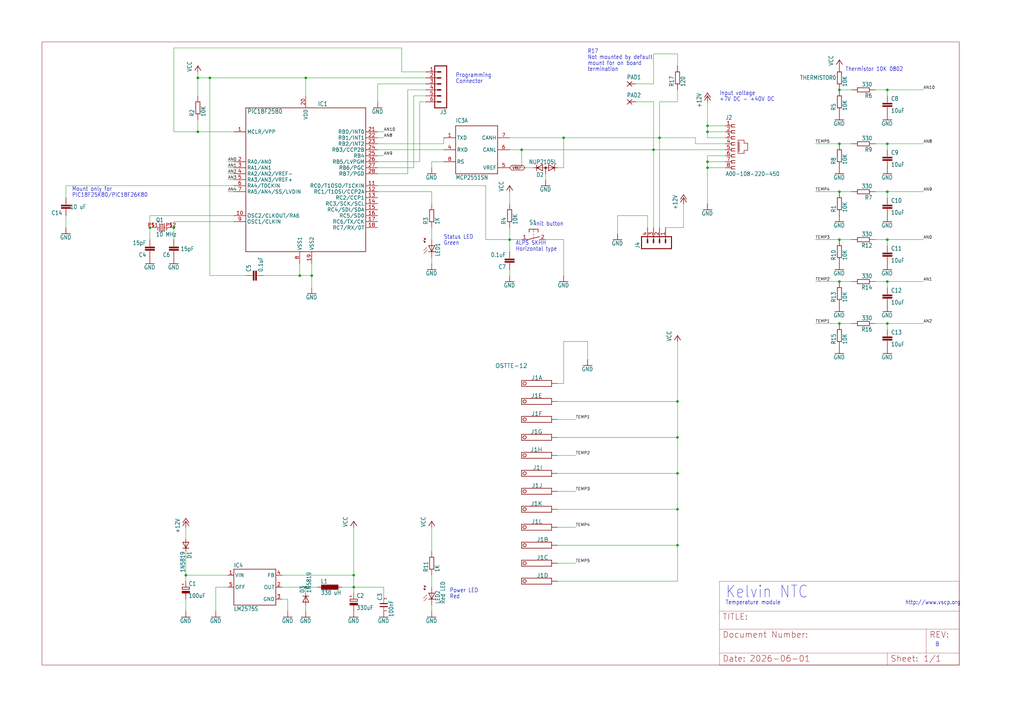
<source format=kicad_sch>
(kicad_sch (version 20250114) (generator "eeschema") (generator_version "9.0")
  (paper "User" 433.807 302.311)
  (text "Init button" (at 238.76 93.98 0) (effects (font (size 1.778 1.5113)) (justify right top)))
  (text "Connector" (at 193.04 35.56 0) (effects (font (size 1.778 1.5113)) (justify left bottom)))
  (text "http://www.vscp.org" (at 383.54 256.54 0) (effects (font (size 1.778 1.5113)) (justify left bottom)))
  (text "Mount only for" (at 30.48 81.28 0) (effects (font (size 1.778 1.5113)) (justify left bottom)))
  (text "Input voltage" (at 304.8 40.64 0) (effects (font (size 1.778 1.5113)) (justify left bottom)))
  (text "R17" (at 248.92 22.86 0) (effects (font (size 1.778 1.5113)) (justify left bottom)))
  (text "Red" (at 190.5 254 0) (effects (font (size 1.778 1.5113)) (justify left bottom)))
  (text "Thermistor 10K 0802" (at 358.14 30.48 0) (effects (font (size 1.778 1.5113)) (justify left bottom)))
  (text "mount for on board" (at 248.92 27.94 0) (effects (font (size 1.778 1.5113)) (justify left bottom)))
  (text "termination" (at 248.92 30.48 0) (effects (font (size 1.778 1.5113)) (justify left bottom)))
  (text "Kelvin NTC" (at 307.34 254 0) (effects (font (size 5.08 4.318)) (justify left bottom)))
  (text "Horizontal type" (at 218.44 106.68 0) (effects (font (size 1.778 1.5113)) (justify left bottom)))
  (text "Programming" (at 193.04 33.02 0) (effects (font (size 1.778 1.5113)) (justify left bottom)))
  (text "Status LED" (at 187.96 101.6 0) (effects (font (size 1.778 1.5113)) (justify left bottom)))
  (text "Not mounted by default" (at 248.92 25.4 0) (effects (font (size 1.778 1.5113)) (justify left bottom)))
  (text "Power LED" (at 190.5 251.46 0) (effects (font (size 1.778 1.5113)) (justify left bottom)))
  (text "+7V DC - +40V DC" (at 304.8 43.18 0) (effects (font (size 1.778 1.5113)) (justify left bottom)))
  (text "B" (at 396.24 274.32 0) (effects (font (size 1.778 1.5113)) (justify left bottom)))
  (text "Green" (at 187.96 104.14 0) (effects (font (size 1.778 1.5113)) (justify left bottom)))
  (text "PIC18F25K80/PIC18F26K80" (at 30.48 83.82 0) (effects (font (size 1.778 1.5113)) (justify left bottom)))
  (text "Temperature module" (at 307.34 256.54 0) (effects (font (size 1.778 1.5113)) (justify left bottom)))
  (text "ALPS SKHH" (at 218.44 104.14 0) (effects (font (size 1.778 1.5113)) (justify left bottom)))
  (junction (at 276.86 63.5))
  (junction (at 375.92 81.28))
  (junction (at 355.6 101.6))
  (junction (at 287.02 200.66))
  (junction (at 299.72 53.34))
  (junction (at 127 116.84))
  (junction (at 238.76 58.42))
  (junction (at 220.98 63.5))
  (junction (at 83.82 55.88))
  (junction (at 88.9 33.02))
  (junction (at 375.92 60.96))
  (junction (at 299.72 71.12))
  (junction (at 149.86 248.92))
  (junction (at 375.92 38.1))
  (junction (at 287.02 231.14))
  (junction (at 355.6 119.38))
  (junction (at 63.5 96.52))
  (junction (at 73.66 96.52))
  (junction (at 78.74 243.84))
  (junction (at 129.54 248.92))
  (junction (at 355.6 38.1))
  (junction (at 132.08 116.84))
  (junction (at 355.6 137.16))
  (junction (at 279.4 58.42))
  (junction (at 355.6 60.96))
  (junction (at 287.02 170.18))
  (junction (at 129.54 33.02))
  (junction (at 375.92 101.6))
  (junction (at 299.72 68.58))
  (junction (at 355.6 81.28))
  (junction (at 287.02 185.42))
  (junction (at 287.02 215.9))
  (junction (at 375.92 137.16))
  (junction (at 375.92 119.38))
  (junction (at 83.82 33.02))
  (junction (at 299.72 55.88))
  (junction (at 215.9 101.6))
  (junction (at 149.86 243.84))
  (wire (pts (xy 276.86 35.56) (xy 276.86 22.86)) (stroke (width 0.1524)))
  (wire (pts (xy 73.66 55.88) (xy 83.82 55.88)) (stroke (width 0.1524)))
  (wire (pts (xy 175.26 71.12) (xy 175.26 40.64)) (stroke (width 0.1524)))
  (wire (pts (xy 370.84 119.38) (xy 375.92 119.38)) (stroke (width 0.1524)))
  (wire (pts (xy 287.02 170.18) (xy 287.02 144.78)) (stroke (width 0.1524)))
  (wire (pts (xy 279.4 58.42) (xy 294.64 58.42)) (stroke (width 0.1524)))
  (wire (pts (xy 160.02 35.56) (xy 180.34 35.56)) (stroke (width 0.1524)))
  (wire (pts (xy 215.9 86.36) (xy 215.9 81.28)) (stroke (width 0.1524)))
  (wire (pts (xy 215.9 101.6) (xy 220.98 101.6)) (stroke (width 0.1524)))
  (wire (pts (xy 236.22 185.42) (xy 287.02 185.42)) (stroke (width 0.1524)))
  (wire (pts (xy 149.86 243.84) (xy 149.86 223.52)) (stroke (width 0.1524)))
  (wire (pts (xy 276.86 63.5) (xy 307.34 63.5)) (stroke (width 0.1524)))
  (wire (pts (xy 99.06 76.2) (xy 96.52 76.2)) (stroke (width 0.1524)))
  (wire (pts (xy 375.92 137.16) (xy 391.16 137.16)) (stroke (width 0.1524)))
  (wire (pts (xy 78.74 228.6) (xy 78.74 223.52)) (stroke (width 0.1524)))
  (wire (pts (xy 78.74 233.68) (xy 78.74 243.84)) (stroke (width 0.1524)))
  (wire (pts (xy 127 116.84) (xy 132.08 116.84)) (stroke (width 0.1524)))
  (wire (pts (xy 236.22 162.56) (xy 238.76 162.56)) (stroke (width 0.1524)))
  (wire (pts (xy 299.72 58.42) (xy 299.72 55.88)) (stroke (width 0.1524)))
  (wire (pts (xy 307.34 53.34) (xy 299.72 53.34)) (stroke (width 0.1524)))
  (wire (pts (xy 220.98 71.12) (xy 220.98 63.5)) (stroke (width 0.1524)))
  (wire (pts (xy 370.84 101.6) (xy 375.92 101.6)) (stroke (width 0.1524)))
  (wire (pts (xy 215.9 101.6) (xy 205.74 101.6)) (stroke (width 0.1524)))
  (wire (pts (xy 119.38 243.84) (xy 149.86 243.84)) (stroke (width 0.1524)))
  (wire (pts (xy 78.74 246.38) (xy 78.74 243.84)) (stroke (width 0.1524)))
  (wire (pts (xy 205.74 78.74) (xy 205.74 101.6)) (stroke (width 0.1524)))
  (wire (pts (xy 261.62 91.44) (xy 261.62 99.06)) (stroke (width 0.1524)))
  (wire (pts (xy 215.9 58.42) (xy 238.76 58.42)) (stroke (width 0.1524)))
  (wire (pts (xy 307.34 55.88) (xy 299.72 55.88)) (stroke (width 0.1524)))
  (wire (pts (xy 27.94 78.74) (xy 27.94 83.82)) (stroke (width 0.1524)))
  (wire (pts (xy 276.86 96.52) (xy 276.86 63.5)) (stroke (width 0.1524)))
  (wire (pts (xy 132.08 121.92) (xy 132.08 116.84)) (stroke (width 0.1524)))
  (wire (pts (xy 281.94 96.52) (xy 289.56 96.52)) (stroke (width 0.1524)))
  (wire (pts (xy 73.66 93.98) (xy 99.06 93.98)) (stroke (width 0.1524)))
  (wire (pts (xy 238.76 162.56) (xy 238.76 144.78)) (stroke (width 0.1524)))
  (wire (pts (xy 375.92 60.96) (xy 375.92 63.5)) (stroke (width 0.1524)))
  (wire (pts (xy 215.9 114.3) (xy 215.9 116.84)) (stroke (width 0.1524)))
  (wire (pts (xy 83.82 50.8) (xy 83.82 55.88)) (stroke (width 0.1524)))
  (wire (pts (xy 370.84 137.16) (xy 375.92 137.16)) (stroke (width 0.1524)))
  (wire (pts (xy 91.44 248.92) (xy 91.44 259.08)) (stroke (width 0.1524)))
  (wire (pts (xy 27.94 96.52) (xy 27.94 91.44)) (stroke (width 0.1524)))
  (wire (pts (xy 294.64 58.42) (xy 294.64 60.96)) (stroke (width 0.1524)))
  (wire (pts (xy 355.6 101.6) (xy 345.44 101.6)) (stroke (width 0.1524)))
  (wire (pts (xy 149.86 251.46) (xy 149.86 248.92)) (stroke (width 0.1524)))
  (wire (pts (xy 236.22 193.04) (xy 243.84 193.04)) (stroke (width 0.1524)))
  (wire (pts (xy 129.54 251.46) (xy 129.54 248.92)) (stroke (width 0.1524)))
  (wire (pts (xy 375.92 101.6) (xy 391.16 101.6)) (stroke (width 0.1524)))
  (wire (pts (xy 274.32 91.44) (xy 261.62 91.44)) (stroke (width 0.1524)))
  (wire (pts (xy 287.02 43.18) (xy 279.4 43.18)) (stroke (width 0.1524)))
  (wire (pts (xy 149.86 248.92) (xy 162.56 248.92)) (stroke (width 0.1524)))
  (wire (pts (xy 307.34 58.42) (xy 299.72 58.42)) (stroke (width 0.1524)))
  (wire (pts (xy 78.74 254) (xy 78.74 259.08)) (stroke (width 0.1524)))
  (wire (pts (xy 236.22 177.8) (xy 243.84 177.8)) (stroke (width 0.1524)))
  (wire (pts (xy 170.18 20.32) (xy 73.66 20.32)) (stroke (width 0.1524)))
  (wire (pts (xy 236.22 170.18) (xy 287.02 170.18)) (stroke (width 0.1524)))
  (wire (pts (xy 370.84 81.28) (xy 375.92 81.28)) (stroke (width 0.1524)))
  (wire (pts (xy 236.22 231.14) (xy 287.02 231.14)) (stroke (width 0.1524)))
  (wire (pts (xy 215.9 63.5) (xy 220.98 63.5)) (stroke (width 0.1524)))
  (wire (pts (xy 177.8 68.58) (xy 160.02 68.58)) (stroke (width 0.1524)))
  (wire (pts (xy 160.02 63.5) (xy 187.96 63.5)) (stroke (width 0.1524)))
  (wire (pts (xy 375.92 38.1) (xy 375.92 40.64)) (stroke (width 0.1524)))
  (wire (pts (xy 129.54 248.92) (xy 134.62 248.92)) (stroke (width 0.1524)))
  (wire (pts (xy 83.82 55.88) (xy 99.06 55.88)) (stroke (width 0.1524)))
  (wire (pts (xy 182.88 81.28) (xy 182.88 86.36)) (stroke (width 0.1524)))
  (wire (pts (xy 360.68 101.6) (xy 355.6 101.6)) (stroke (width 0.1524)))
  (wire (pts (xy 182.88 233.68) (xy 182.88 223.52)) (stroke (width 0.1524)))
  (wire (pts (xy 375.92 81.28) (xy 375.92 83.82)) (stroke (width 0.1524)))
  (wire (pts (xy 231.14 101.6) (xy 238.76 101.6)) (stroke (width 0.1524)))
  (wire (pts (xy 99.06 78.74) (xy 27.94 78.74)) (stroke (width 0.1524)))
  (wire (pts (xy 299.72 66.04) (xy 299.72 68.58)) (stroke (width 0.1524)))
  (wire (pts (xy 375.92 38.1) (xy 391.16 38.1)) (stroke (width 0.1524)))
  (wire (pts (xy 238.76 58.42) (xy 279.4 58.42)) (stroke (width 0.1524)))
  (wire (pts (xy 231.14 76.2) (xy 231.14 73.66)) (stroke (width 0.1524)))
  (wire (pts (xy 220.98 63.5) (xy 276.86 63.5)) (stroke (width 0.1524)))
  (wire (pts (xy 149.86 248.92) (xy 144.78 248.92)) (stroke (width 0.1524)))
  (wire (pts (xy 170.18 30.48) (xy 170.18 20.32)) (stroke (width 0.1524)))
  (wire (pts (xy 132.08 116.84) (xy 132.08 111.76)) (stroke (width 0.1524)))
  (wire (pts (xy 182.88 68.58) (xy 187.96 68.58)) (stroke (width 0.1524)))
  (wire (pts (xy 269.24 43.18) (xy 276.86 43.18)) (stroke (width 0.1524)))
  (wire (pts (xy 172.72 73.66) (xy 160.02 73.66)) (stroke (width 0.1524)))
  (wire (pts (xy 129.54 256.54) (xy 129.54 259.08)) (stroke (width 0.1524)))
  (wire (pts (xy 119.38 248.92) (xy 129.54 248.92)) (stroke (width 0.1524)))
  (wire (pts (xy 121.92 254) (xy 121.92 259.08)) (stroke (width 0.1524)))
  (wire (pts (xy 370.84 60.96) (xy 375.92 60.96)) (stroke (width 0.1524)))
  (wire (pts (xy 175.26 40.64) (xy 180.34 40.64)) (stroke (width 0.1524)))
  (wire (pts (xy 287.02 215.9) (xy 287.02 200.66)) (stroke (width 0.1524)))
  (wire (pts (xy 238.76 71.12) (xy 238.76 58.42)) (stroke (width 0.1524)))
  (wire (pts (xy 63.5 91.44) (xy 63.5 96.52)) (stroke (width 0.1524)))
  (wire (pts (xy 307.34 66.04) (xy 299.72 66.04)) (stroke (width 0.1524)))
  (wire (pts (xy 287.02 200.66) (xy 287.02 185.42)) (stroke (width 0.1524)))
  (wire (pts (xy 360.68 119.38) (xy 355.6 119.38)) (stroke (width 0.1524)))
  (wire (pts (xy 287.02 22.86) (xy 276.86 22.86)) (stroke (width 0.1524)))
  (wire (pts (xy 269.24 35.56) (xy 276.86 35.56)) (stroke (width 0.1524)))
  (wire (pts (xy 236.22 223.52) (xy 243.84 223.52)) (stroke (width 0.1524)))
  (wire (pts (xy 360.68 60.96) (xy 355.6 60.96)) (stroke (width 0.1524)))
  (wire (pts (xy 355.6 119.38) (xy 345.44 119.38)) (stroke (width 0.1524)))
  (wire (pts (xy 83.82 33.02) (xy 83.82 30.48)) (stroke (width 0.1524)))
  (wire (pts (xy 63.5 96.52) (xy 63.5 101.6)) (stroke (width 0.1524)))
  (wire (pts (xy 99.06 68.58) (xy 96.52 68.58)) (stroke (width 0.1524)))
  (wire (pts (xy 96.52 243.84) (xy 78.74 243.84)) (stroke (width 0.1524)))
  (wire (pts (xy 127 111.76) (xy 127 116.84)) (stroke (width 0.1524)))
  (wire (pts (xy 355.6 60.96) (xy 345.44 60.96)) (stroke (width 0.1524)))
  (wire (pts (xy 236.22 238.76) (xy 243.84 238.76)) (stroke (width 0.1524)))
  (wire (pts (xy 160.02 66.04) (xy 162.56 66.04)) (stroke (width 0.1524)))
  (wire (pts (xy 215.9 96.52) (xy 215.9 101.6)) (stroke (width 0.1524)))
  (wire (pts (xy 162.56 248.92) (xy 162.56 254)) (stroke (width 0.1524)))
  (wire (pts (xy 370.84 38.1) (xy 375.92 38.1)) (stroke (width 0.1524)))
  (wire (pts (xy 287.02 246.38) (xy 287.02 231.14)) (stroke (width 0.1524)))
  (wire (pts (xy 279.4 43.18) (xy 279.4 58.42)) (stroke (width 0.1524)))
  (wire (pts (xy 289.56 96.52) (xy 289.56 86.36)) (stroke (width 0.1524)))
  (wire (pts (xy 226.06 71.12) (xy 220.98 71.12)) (stroke (width 0.1524)))
  (wire (pts (xy 88.9 116.84) (xy 88.9 33.02)) (stroke (width 0.1524)))
  (wire (pts (xy 182.88 109.22) (xy 182.88 111.76)) (stroke (width 0.1524)))
  (wire (pts (xy 299.72 55.88) (xy 299.72 53.34)) (stroke (width 0.1524)))
  (wire (pts (xy 375.92 101.6) (xy 375.92 104.14)) (stroke (width 0.1524)))
  (wire (pts (xy 287.02 185.42) (xy 287.02 170.18)) (stroke (width 0.1524)))
  (wire (pts (xy 375.92 119.38) (xy 375.92 121.92)) (stroke (width 0.1524)))
  (wire (pts (xy 177.8 43.18) (xy 177.8 68.58)) (stroke (width 0.1524)))
  (wire (pts (xy 236.22 215.9) (xy 287.02 215.9)) (stroke (width 0.1524)))
  (wire (pts (xy 276.86 43.18) (xy 276.86 63.5)) (stroke (width 0.1524)))
  (wire (pts (xy 160.02 58.42) (xy 162.56 58.42)) (stroke (width 0.1524)))
  (wire (pts (xy 236.22 71.12) (xy 238.76 71.12)) (stroke (width 0.1524)))
  (wire (pts (xy 119.38 254) (xy 121.92 254)) (stroke (width 0.1524)))
  (wire (pts (xy 299.72 71.12) (xy 299.72 86.36)) (stroke (width 0.1524)))
  (wire (pts (xy 96.52 248.92) (xy 91.44 248.92)) (stroke (width 0.1524)))
  (wire (pts (xy 180.34 30.48) (xy 170.18 30.48)) (stroke (width 0.1524)))
  (wire (pts (xy 99.06 81.28) (xy 96.52 81.28)) (stroke (width 0.1524)))
  (wire (pts (xy 129.54 33.02) (xy 88.9 33.02)) (stroke (width 0.1524)))
  (wire (pts (xy 111.76 116.84) (xy 127 116.84)) (stroke (width 0.1524)))
  (wire (pts (xy 160.02 81.28) (xy 182.88 81.28)) (stroke (width 0.1524)))
  (wire (pts (xy 129.54 40.64) (xy 129.54 33.02)) (stroke (width 0.1524)))
  (wire (pts (xy 360.68 137.16) (xy 355.6 137.16)) (stroke (width 0.1524)))
  (wire (pts (xy 182.88 248.92) (xy 182.88 243.84)) (stroke (width 0.1524)))
  (wire (pts (xy 355.6 137.16) (xy 345.44 137.16)) (stroke (width 0.1524)))
  (wire (pts (xy 182.88 71.12) (xy 182.88 68.58)) (stroke (width 0.1524)))
  (wire (pts (xy 238.76 101.6) (xy 238.76 116.84)) (stroke (width 0.1524)))
  (wire (pts (xy 294.64 60.96) (xy 307.34 60.96)) (stroke (width 0.1524)))
  (wire (pts (xy 375.92 137.16) (xy 375.92 139.7)) (stroke (width 0.1524)))
  (wire (pts (xy 182.88 256.54) (xy 182.88 259.08)) (stroke (width 0.1524)))
  (wire (pts (xy 287.02 38.1) (xy 287.02 43.18)) (stroke (width 0.1524)))
  (wire (pts (xy 73.66 96.52) (xy 73.66 93.98)) (stroke (width 0.1524)))
  (wire (pts (xy 73.66 20.32) (xy 73.66 55.88)) (stroke (width 0.1524)))
  (wire (pts (xy 287.02 27.94) (xy 287.02 22.86)) (stroke (width 0.1524)))
  (wire (pts (xy 238.76 144.78) (xy 248.92 144.78)) (stroke (width 0.1524)))
  (wire (pts (xy 129.54 33.02) (xy 180.34 33.02)) (stroke (width 0.1524)))
  (wire (pts (xy 375.92 119.38) (xy 391.16 119.38)) (stroke (width 0.1524)))
  (wire (pts (xy 160.02 43.18) (xy 160.02 35.56)) (stroke (width 0.1524)))
  (wire (pts (xy 360.68 38.1) (xy 355.6 38.1)) (stroke (width 0.1524)))
  (wire (pts (xy 299.72 68.58) (xy 299.72 71.12)) (stroke (width 0.1524)))
  (wire (pts (xy 187.96 60.96) (xy 187.96 58.42)) (stroke (width 0.1524)))
  (wire (pts (xy 355.6 81.28) (xy 345.44 81.28)) (stroke (width 0.1524)))
  (wire (pts (xy 360.68 81.28) (xy 355.6 81.28)) (stroke (width 0.1524)))
  (wire (pts (xy 182.88 101.6) (xy 182.88 96.52)) (stroke (width 0.1524)))
  (wire (pts (xy 99.06 71.12) (xy 96.52 71.12)) (stroke (width 0.1524)))
  (wire (pts (xy 279.4 96.52) (xy 279.4 58.42)) (stroke (width 0.1524)))
  (wire (pts (xy 274.32 96.52) (xy 274.32 91.44)) (stroke (width 0.1524)))
  (wire (pts (xy 236.22 246.38) (xy 287.02 246.38)) (stroke (width 0.1524)))
  (wire (pts (xy 375.92 81.28) (xy 391.16 81.28)) (stroke (width 0.1524)))
  (wire (pts (xy 287.02 231.14) (xy 287.02 215.9)) (stroke (width 0.1524)))
  (wire (pts (xy 160.02 78.74) (xy 205.74 78.74)) (stroke (width 0.1524)))
  (wire (pts (xy 104.14 116.84) (xy 88.9 116.84)) (stroke (width 0.1524)))
  (wire (pts (xy 375.92 60.96) (xy 391.16 60.96)) (stroke (width 0.1524)))
  (wire (pts (xy 215.9 101.6) (xy 215.9 106.68)) (stroke (width 0.1524)))
  (wire (pts (xy 180.34 43.18) (xy 177.8 43.18)) (stroke (width 0.1524)))
  (wire (pts (xy 236.22 208.28) (xy 243.84 208.28)) (stroke (width 0.1524)))
  (wire (pts (xy 172.72 38.1) (xy 172.72 73.66)) (stroke (width 0.1524)))
  (wire (pts (xy 160.02 60.96) (xy 187.96 60.96)) (stroke (width 0.1524)))
  (wire (pts (xy 99.06 73.66) (xy 96.52 73.66)) (stroke (width 0.1524)))
  (wire (pts (xy 180.34 38.1) (xy 172.72 38.1)) (stroke (width 0.1524)))
  (wire (pts (xy 160.02 55.88) (xy 162.56 55.88)) (stroke (width 0.1524)))
  (wire (pts (xy 73.66 101.6) (xy 73.66 96.52)) (stroke (width 0.1524)))
  (wire (pts (xy 149.86 243.84) (xy 149.86 248.92)) (stroke (width 0.1524)))
  (wire (pts (xy 99.06 91.44) (xy 63.5 91.44)) (stroke (width 0.1524)))
  (wire (pts (xy 160.02 71.12) (xy 175.26 71.12)) (stroke (width 0.1524)))
  (wire (pts (xy 83.82 40.64) (xy 83.82 33.02)) (stroke (width 0.1524)))
  (wire (pts (xy 307.34 68.58) (xy 299.72 68.58)) (stroke (width 0.1524)))
  (wire (pts (xy 248.92 144.78) (xy 248.92 152.4)) (stroke (width 0.1524)))
  (wire (pts (xy 299.72 53.34) (xy 299.72 43.18)) (stroke (width 0.1524)))
  (wire (pts (xy 88.9 33.02) (xy 83.82 33.02)) (stroke (width 0.1524)))
  (wire (pts (xy 307.34 71.12) (xy 299.72 71.12)) (stroke (width 0.1524)))
  (wire (pts (xy 236.22 200.66) (xy 287.02 200.66)) (stroke (width 0.1524)))
  (label "AN10" (at 162.56 55.88 0) (effects (font (size 1.2446 1.2446))))
  (label "AN2" (at 391.16 137.16 0) (effects (font (size 1.2446 1.2446))))
  (label "TEMP5" (at 345.44 60.96 0) (effects (font (size 1.2446 1.2446))))
  (label "AN4" (at 96.52 81.28 0) (effects (font (size 1.2446 1.2446))))
  (label "TEMP4" (at 243.84 223.52 0) (effects (font (size 1.2446 1.2446))))
  (label "TEMP1" (at 345.44 137.16 0) (effects (font (size 1.2446 1.2446))))
  (label "AN1" (at 391.16 119.38 0) (effects (font (size 1.2446 1.2446))))
  (label "AN10" (at 391.16 38.1 0) (effects (font (size 1.2446 1.2446))))
  (label "TEMP5" (at 243.84 238.76 0) (effects (font (size 1.2446 1.2446))))
  (label "TEMP3" (at 243.84 208.28 0) (effects (font (size 1.2446 1.2446))))
  (label "TEMP4" (at 345.44 81.28 0) (effects (font (size 1.2446 1.2446))))
  (label "TEMP1" (at 243.84 177.8 0) (effects (font (size 1.2446 1.2446))))
  (label "AN0" (at 391.16 101.6 0) (effects (font (size 1.2446 1.2446))))
  (label "AN1" (at 96.52 71.12 0) (effects (font (size 1.2446 1.2446))))
  (label "AN8" (at 162.56 58.42 0) (effects (font (size 1.2446 1.2446))))
  (label "AN9" (at 162.56 66.04 0) (effects (font (size 1.2446 1.2446))))
  (label "AN2" (at 96.52 73.66 0) (effects (font (size 1.2446 1.2446))))
  (label "AN9" (at 391.16 81.28 0) (effects (font (size 1.2446 1.2446))))
  (label "AN3" (at 96.52 76.2 0) (effects (font (size 1.2446 1.2446))))
  (label "TEMP3" (at 345.44 101.6 0) (effects (font (size 1.2446 1.2446))))
  (label "TEMP2" (at 243.84 193.04 0) (effects (font (size 1.2446 1.2446))))
  (label "AN0" (at 96.52 68.58 0) (effects (font (size 1.2446 1.2446))))
  (label "TEMP2" (at 345.44 119.38 0) (effects (font (size 1.2446 1.2446))))
  (label "AN8" (at 391.16 60.96 0) (effects (font (size 1.2446 1.2446))))
  (global_label "VREF" (shape bidirectional) (at 215.9 71.12 0) (effects (font (size 1.016 1.016))) (property "Intersheetrefs" "${INTERSHEET_REFS}" (effects (hide yes))))
  (global_label "VREF" (shape bidirectional) (at 215.9 71.12 0) (effects (font (size 1.016 1.016))) (property "Intersheetrefs" "${INTERSHEET_REFS}" (effects (hide yes))))
  (symbol (lib_id "kelvin_ntc_B-eagle-import:GND") (at 132.08 124.46 0) (unit 1)
    (property "Reference" "#GND9" (effects (hide yes)))
    (property "Value" "GND" (at 129.54 127 0) (effects (font (size 1.778 1.5113)) (justify left bottom)))
  )
  (symbol (lib_id "kelvin_ntc_B-eagle-import:GND") (at 78.74 261.62 0) (unit 1)
    (property "Reference" "#GND7" (effects (hide yes)))
    (property "Value" "GND" (at 76.2 264.16 0) (effects (font (size 1.778 1.5113)) (justify left bottom)))
  )
  (symbol (lib_id "kelvin_ntc_B-eagle-import:HC-49S") (at 68.58 96.52 0) (unit 1)
    (property "Reference" "Q1" (at 66.04 94.234 0) (effects (font (size 1.778 1.5113)) (justify left bottom)))
    (property "Value" "10 MHz" (at 66.04 100.33 0) (effects (font (size 1.778 1.5113)) (justify left bottom)))
    (property "Footprint" "kelvin_ntc_B:9C" (effects (hide yes)))
  )
  (symbol (lib_id "kelvin_ntc_B-eagle-import:LEDCHIP-LED0805") (at 182.88 104.14 0) (unit 1)
    (property "Reference" "LED1" (at 186.436 108.712 90) (effects (font (size 1.778 1.5113)) (justify left bottom)))
    (property "Value" "LEDCHIP-LED0805" (effects (hide yes)))
    (property "Footprint" "kelvin_ntc_B:CHIP-LED0805" (effects (hide yes)))
  )
  (symbol (lib_id "kelvin_ntc_B-eagle-import:GND") (at 215.9 119.38 0) (unit 1)
    (property "Reference" "#GND1" (effects (hide yes)))
    (property "Value" "GND" (at 213.36 121.92 0) (effects (font (size 1.778 1.5113)) (justify left bottom)))
  )
  (symbol (lib_id "kelvin_ntc_B-eagle-import:DIODE-SOD123") (at 129.54 254 90) (unit 1)
    (property "Reference" "D3" (at 129.0574 251.46 0) (effects (font (size 1.778 1.5113)) (justify left bottom)))
    (property "Value" "1N5819" (at 131.8514 251.46 0) (effects (font (size 1.778 1.5113)) (justify left bottom)))
    (property "Footprint" "kelvin_ntc_B:SOD123" (effects (hide yes)))
  )
  (symbol (lib_id "kelvin_ntc_B-eagle-import:+12V") (at 78.74 220.98 0) (unit 1)
    (property "Reference" "#P+7" (effects (hide yes)))
    (property "Value" "+12V" (at 76.2 226.06 90) (effects (font (size 1.778 1.5113)) (justify left bottom)))
  )
  (symbol (lib_id "kelvin_ntc_B-eagle-import:GND") (at 182.88 114.3 0) (unit 1)
    (property "Reference" "#GND10" (effects (hide yes)))
    (property "Value" "GND" (at 180.34 116.84 0) (effects (font (size 1.778 1.5113)) (justify left bottom)))
  )
  (symbol (lib_id "kelvin_ntc_B-eagle-import:CPOL-EUD") (at 149.86 254 0) (unit 1)
    (property "Reference" "C2" (at 151.003 253.5174 0) (effects (font (size 1.778 1.5113)) (justify left bottom)))
    (property "Value" "330uF" (at 151.003 258.5974 0) (effects (font (size 1.778 1.5113)) (justify left bottom)))
    (property "Footprint" "kelvin_ntc_B:PANASONIC_D" (effects (hide yes)))
  )
  (symbol (lib_id "kelvin_ntc_B-eagle-import:R-EU_R0805") (at 83.82 45.72 90) (unit 1)
    (property "Reference" "R2" (at 82.3214 49.53 0) (effects (font (size 1.778 1.5113)) (justify left bottom)))
    (property "Value" "10K" (at 87.122 49.53 0) (effects (font (size 1.778 1.5113)) (justify left bottom)))
    (property "Footprint" "kelvin_ntc_B:R0805" (effects (hide yes)))
  )
  (symbol (lib_id "kelvin_ntc_B-eagle-import:LEDCHIP-LED0805") (at 182.88 251.46 0) (unit 1)
    (property "Reference" "LED2" (at 186.436 256.032 90) (effects (font (size 1.778 1.5113)) (justify left bottom)))
    (property "Value" "Red LED" (at 188.595 256.032 90) (effects (font (size 1.778 1.5113)) (justify left bottom)))
    (property "Footprint" "kelvin_ntc_B:CHIP-LED0805" (effects (hide yes)))
  )
  (symbol (lib_id "kelvin_ntc_B-eagle-import:OSTTE-12") (at 228.6 162.56 180) (unit 1)
    (property "Reference" "J1" (at 229.87 159.131 0) (effects (font (size 1.778 1.778)) (justify left bottom)))
    (property "Value" "OSTTE-12" (at 223.52 154.051 0) (effects (font (size 1.778 1.778)) (justify left bottom)))
    (property "Footprint" "kelvin_ntc_B:PINHEAD-12" (effects (hide yes)))
  )
  (symbol (lib_id "kelvin_ntc_B-eagle-import:R-EU_R0805") (at 287.02 33.02 90) (unit 1)
    (property "Reference" "R17" (at 285.5214 36.83 0) (effects (font (size 1.778 1.5113)) (justify left bottom)))
    (property "Value" "120" (at 290.322 36.83 0) (effects (font (size 1.778 1.5113)) (justify left bottom)))
    (property "Footprint" "kelvin_ntc_B:R0805" (effects (hide yes)))
  )
  (symbol (lib_id "kelvin_ntc_B-eagle-import:GND") (at 73.66 111.76 0) (unit 1)
    (property "Reference" "#GND16" (effects (hide yes)))
    (property "Value" "GND" (at 71.12 114.3 0) (effects (font (size 1.778 1.5113)) (justify left bottom)))
  )
  (symbol (lib_id "kelvin_ntc_B-eagle-import:GND") (at 160.02 45.72 0) (unit 1)
    (property "Reference" "#GND20" (effects (hide yes)))
    (property "Value" "GND" (at 157.48 48.26 0) (effects (font (size 1.778 1.5113)) (justify left bottom)))
  )
  (symbol (lib_id "kelvin_ntc_B-eagle-import:GND") (at 299.72 88.9 0) (unit 1)
    (property "Reference" "#GND3" (effects (hide yes)))
    (property "Value" "GND" (at 297.18 91.44 0) (effects (font (size 1.778 1.5113)) (justify left bottom)))
  )
  (symbol (lib_id "kelvin_ntc_B-eagle-import:OSTTE-12") (at 228.6 177.8 180) (unit 6)
    (property "Reference" "J1" (at 229.87 174.371 0) (effects (font (size 1.778 1.778)) (justify left bottom)))
    (property "Value" "OSTTE-12" (effects (hide yes)))
    (property "Footprint" "kelvin_ntc_B:PINHEAD-12" (effects (hide yes)))
  )
  (symbol (lib_id "kelvin_ntc_B-eagle-import:OSTTE-12") (at 228.6 238.76 180) (unit 3)
    (property "Reference" "J1" (at 232.41 235.331 0) (effects (font (size 1.778 1.778)) (justify left bottom)))
    (property "Value" "OSTTE-12" (effects (hide yes)))
    (property "Footprint" "kelvin_ntc_B:PINHEAD-12" (effects (hide yes)))
  )
  (symbol (lib_id "kelvin_ntc_B-eagle-import:GND") (at 355.6 93.98 0) (unit 1)
    (property "Reference" "#GND22" (effects (hide yes)))
    (property "Value" "GND" (at 353.06 96.52 0) (effects (font (size 1.778 1.5113)) (justify left bottom)))
  )
  (symbol (lib_id "kelvin_ntc_B-eagle-import:GND") (at 375.92 93.98 0) (unit 1)
    (property "Reference" "#GND23" (effects (hide yes)))
    (property "Value" "GND" (at 373.38 96.52 0) (effects (font (size 1.778 1.5113)) (justify left bottom)))
  )
  (symbol (lib_id "kelvin_ntc_B-eagle-import:R-EU_R0805") (at 365.76 137.16 180) (unit 1)
    (property "Reference" "R16" (at 369.57 138.6586 0) (effects (font (size 1.778 1.5113)) (justify left bottom)))
    (property "Value" "330" (at 369.57 133.858 0) (effects (font (size 1.778 1.5113)) (justify left bottom)))
    (property "Footprint" "kelvin_ntc_B:R0805" (effects (hide yes)))
  )
  (symbol (lib_id "kelvin_ntc_B-eagle-import:GND") (at 375.92 132.08 0) (unit 1)
    (property "Reference" "#GND29" (effects (hide yes)))
    (property "Value" "GND" (at 373.38 134.62 0) (effects (font (size 1.778 1.5113)) (justify left bottom)))
  )
  (symbol (lib_id "kelvin_ntc_B-eagle-import:C-EUC0805") (at 375.92 66.04 0) (unit 1)
    (property "Reference" "C9" (at 377.444 65.659 0) (effects (font (size 1.778 1.5113)) (justify left bottom)))
    (property "Value" "10uF" (at 377.444 70.739 0) (effects (font (size 1.778 1.5113)) (justify left bottom)))
    (property "Footprint" "kelvin_ntc_B:C0805" (effects (hide yes)))
  )
  (symbol (lib_id "kelvin_ntc_B-eagle-import:GND") (at 182.88 73.66 0) (unit 1)
    (property "Reference" "#GND12" (effects (hide yes)))
    (property "Value" "GND" (at 180.34 76.2 0) (effects (font (size 1.778 1.5113)) (justify left bottom)))
  )
  (symbol (lib_id "kelvin_ntc_B-eagle-import:R-EU_R0805") (at 365.76 119.38 180) (unit 1)
    (property "Reference" "R14" (at 369.57 120.8786 0) (effects (font (size 1.778 1.5113)) (justify left bottom)))
    (property "Value" "330" (at 369.57 116.078 0) (effects (font (size 1.778 1.5113)) (justify left bottom)))
    (property "Footprint" "kelvin_ntc_B:R0805" (effects (hide yes)))
  )
  (symbol (lib_id "kelvin_ntc_B-eagle-import:R-EU_R0805") (at 182.88 238.76 90) (unit 1)
    (property "Reference" "R11" (at 181.3814 242.57 0) (effects (font (size 1.778 1.5113)) (justify left bottom)))
    (property "Value" "1K" (at 186.182 242.57 0) (effects (font (size 1.778 1.5113)) (justify left bottom)))
    (property "Footprint" "kelvin_ntc_B:R0805" (effects (hide yes)))
  )
  (symbol (lib_id "kelvin_ntc_B-eagle-import:C-EUC0805") (at 63.5 106.68 180) (unit 1)
    (property "Reference" "C4" (at 61.976 107.061 0) (effects (font (size 1.778 1.5113)) (justify left bottom)))
    (property "Value" "15pF" (at 61.976 101.981 0) (effects (font (size 1.778 1.5113)) (justify left bottom)))
    (property "Footprint" "kelvin_ntc_B:C0805" (effects (hide yes)))
  )
  (symbol (lib_id "kelvin_ntc_B-eagle-import:MA06-1") (at 187.96 38.1 180) (unit 1)
    (property "Reference" "J3" (at 189.23 46.482 0) (effects (font (size 1.778 1.5113)) (justify left bottom)))
    (property "Value" "MA06-1" (effects (hide yes)))
    (property "Footprint" "kelvin_ntc_B:MA06-1" (effects (hide yes)))
  )
  (symbol (lib_id "kelvin_ntc_B-eagle-import:GND") (at 63.5 111.76 0) (unit 1)
    (property "Reference" "#GND8" (effects (hide yes)))
    (property "Value" "GND" (at 60.96 114.3 0) (effects (font (size 1.778 1.5113)) (justify left bottom)))
  )
  (symbol (lib_id "kelvin_ntc_B-eagle-import:C-EUC0805") (at 215.9 111.76 180) (unit 1)
    (property "Reference" "C7" (at 214.376 112.141 0) (effects (font (size 1.778 1.5113)) (justify left bottom)))
    (property "Value" "0.1uF" (at 214.376 107.061 0) (effects (font (size 1.778 1.5113)) (justify left bottom)))
    (property "Footprint" "kelvin_ntc_B:C0805" (effects (hide yes)))
  )
  (symbol (lib_id "kelvin_ntc_B-eagle-import:R-EU_R0805") (at 355.6 86.36 90) (unit 1)
    (property "Reference" "R1" (at 354.1014 90.17 0) (effects (font (size 1.778 1.5113)) (justify left bottom)))
    (property "Value" "10K" (at 358.902 90.17 0) (effects (font (size 1.778 1.5113)) (justify left bottom)))
    (property "Footprint" "kelvin_ntc_B:R0805" (effects (hide yes)))
  )
  (symbol (lib_id "kelvin_ntc_B-eagle-import:31-XX") (at 226.06 101.6 270) (unit 1)
    (property "Reference" "S1" (at 224.155 95.25 90) (effects (font (size 1.778 1.5113)) (justify left bottom)))
    (property "Value" "31-XX" (effects (hide yes)))
    (property "Footprint" "kelvin_ntc_B:B3F-31XX" (effects (hide yes)))
  )
  (symbol (lib_id "kelvin_ntc_B-eagle-import:OSTTE-12") (at 228.6 246.38 180) (unit 4)
    (property "Reference" "J1" (at 232.41 242.951 0) (effects (font (size 1.778 1.778)) (justify left bottom)))
    (property "Value" "OSTTE-12" (effects (hide yes)))
    (property "Footprint" "kelvin_ntc_B:PINHEAD-12" (effects (hide yes)))
  )
  (symbol (lib_id "kelvin_ntc_B-eagle-import:R-EU_R0805") (at 355.6 66.04 90) (unit 1)
    (property "Reference" "R8" (at 354.1014 69.85 0) (effects (font (size 1.778 1.5113)) (justify left bottom)))
    (property "Value" "10K" (at 358.902 69.85 0) (effects (font (size 1.778 1.5113)) (justify left bottom)))
    (property "Footprint" "kelvin_ntc_B:R0805" (effects (hide yes)))
  )
  (symbol (lib_id "kelvin_ntc_B-eagle-import:R-EU_R0805") (at 365.76 101.6 180) (unit 1)
    (property "Reference" "R12" (at 369.57 103.0986 0) (effects (font (size 1.778 1.5113)) (justify left bottom)))
    (property "Value" "330" (at 369.57 98.298 0) (effects (font (size 1.778 1.5113)) (justify left bottom)))
    (property "Footprint" "kelvin_ntc_B:R0805" (effects (hide yes)))
  )
  (symbol (lib_id "kelvin_ntc_B-eagle-import:C-EUC0805") (at 106.68 116.84 90) (unit 1)
    (property "Reference" "C5" (at 106.299 115.316 0) (effects (font (size 1.778 1.5113)) (justify left bottom)))
    (property "Value" "0.1uF" (at 111.379 115.316 0) (effects (font (size 1.778 1.5113)) (justify left bottom)))
    (property "Footprint" "kelvin_ntc_B:C0805" (effects (hide yes)))
  )
  (symbol (lib_id "kelvin_ntc_B-eagle-import:GND") (at 182.88 261.62 0) (unit 1)
    (property "Reference" "#GND27" (effects (hide yes)))
    (property "Value" "GND" (at 180.34 264.16 0) (effects (font (size 1.778 1.5113)) (justify left bottom)))
  )
  (symbol (lib_id "kelvin_ntc_B-eagle-import:R-EU_R0805") (at 365.76 60.96 180) (unit 1)
    (property "Reference" "R9" (at 369.57 62.4586 0) (effects (font (size 1.778 1.5113)) (justify left bottom)))
    (property "Value" "330" (at 369.57 57.658 0) (effects (font (size 1.778 1.5113)) (justify left bottom)))
    (property "Footprint" "kelvin_ntc_B:R0805" (effects (hide yes)))
  )
  (symbol (lib_id "kelvin_ntc_B-eagle-import:C-EUC0805") (at 375.92 86.36 0) (unit 1)
    (property "Reference" "C10" (at 377.444 85.979 0) (effects (font (size 1.778 1.5113)) (justify left bottom)))
    (property "Value" "10uF" (at 377.444 91.059 0) (effects (font (size 1.778 1.5113)) (justify left bottom)))
    (property "Footprint" "kelvin_ntc_B:C0805" (effects (hide yes)))
  )
  (symbol (lib_id "kelvin_ntc_B-eagle-import:DINA3_L") (at 304.8 281.94 0) (unit 2)
    (property "Reference" "#FRAME1" (effects (hide yes)))
    (property "Value" "DINA3_L" (effects (hide yes)))
  )
  (symbol (lib_id "kelvin_ntc_B-eagle-import:VCC") (at 215.9 78.74 0) (unit 1)
    (property "Reference" "#P+4" (effects (hide yes)))
    (property "Value" "VCC" (at 213.36 81.28 90) (effects (font (size 1.778 1.5113)) (justify left bottom)))
  )
  (symbol (lib_id "kelvin_ntc_B-eagle-import:R-EU_R0805") (at 355.6 33.02 90) (unit 1)
    (property "Reference" "THERMISTOR0" (at 354.33 31.9786 90) (effects (font (size 1.778 1.5113)) (justify left bottom)))
    (property "Value" "10K" (at 358.902 36.83 0) (effects (font (size 1.778 1.5113)) (justify left bottom)))
    (property "Footprint" "kelvin_ntc_B:R0805" (effects (hide yes)))
  )
  (symbol (lib_id "kelvin_ntc_B-eagle-import:GND") (at 121.92 261.62 0) (unit 1)
    (property "Reference" "#GND5" (effects (hide yes)))
    (property "Value" "GND" (at 119.38 264.16 0) (effects (font (size 1.778 1.5113)) (justify left bottom)))
  )
  (symbol (lib_id "kelvin_ntc_B-eagle-import:OSTTE-12") (at 228.6 185.42 180) (unit 7)
    (property "Reference" "J1" (at 229.87 181.991 0) (effects (font (size 1.778 1.778)) (justify left bottom)))
    (property "Value" "OSTTE-12" (effects (hide yes)))
    (property "Footprint" "kelvin_ntc_B:PINHEAD-12" (effects (hide yes)))
  )
  (symbol (lib_id "kelvin_ntc_B-eagle-import:OSTTE-12") (at 228.6 215.9 180) (unit 11)
    (property "Reference" "J1" (at 229.87 212.471 0) (effects (font (size 1.778 1.778)) (justify left bottom)))
    (property "Value" "OSTTE-12" (effects (hide yes)))
    (property "Footprint" "kelvin_ntc_B:PINHEAD-12" (effects (hide yes)))
  )
  (symbol (lib_id "kelvin_ntc_B-eagle-import:GND") (at 375.92 73.66 0) (unit 1)
    (property "Reference" "#GND21" (effects (hide yes)))
    (property "Value" "GND" (at 373.38 76.2 0) (effects (font (size 1.778 1.5113)) (justify left bottom)))
  )
  (symbol (lib_id "kelvin_ntc_B-eagle-import:CPOL-EUD") (at 78.74 248.92 0) (unit 1)
    (property "Reference" "C1" (at 79.883 248.4374 0) (effects (font (size 1.778 1.5113)) (justify left bottom)))
    (property "Value" "100uF" (at 79.883 253.5174 0) (effects (font (size 1.778 1.5113)) (justify left bottom)))
    (property "Footprint" "kelvin_ntc_B:PANASONIC_D" (effects (hide yes)))
  )
  (symbol (lib_id "kelvin_ntc_B-eagle-import:GND") (at 27.94 99.06 0) (unit 1)
    (property "Reference" "#GND32" (effects (hide yes)))
    (property "Value" "GND" (at 25.4 101.6 0) (effects (font (size 1.778 1.5113)) (justify left bottom)))
  )
  (symbol (lib_id "kelvin_ntc_B-eagle-import:GND") (at 355.6 149.86 0) (unit 1)
    (property "Reference" "#GND30" (effects (hide yes)))
    (property "Value" "GND" (at 353.06 152.4 0) (effects (font (size 1.778 1.5113)) (justify left bottom)))
  )
  (symbol (lib_id "kelvin_ntc_B-eagle-import:CNP-0805") (at 162.56 256.54 90) (unit 1)
    (property "Reference" "C3" (at 161.925 254.635 0) (effects (font (size 1.778 1.5113)) (justify left bottom)))
    (property "Value" "100nF" (at 166.6875 261.62 0) (effects (font (size 1.778 1.5113)) (justify left bottom)))
    (property "Footprint" "kelvin_ntc_B:0805" (effects (hide yes)))
  )
  (symbol (lib_id "kelvin_ntc_B-eagle-import:C-EUC0805") (at 375.92 124.46 0) (unit 1)
    (property "Reference" "C12" (at 377.444 124.079 0) (effects (font (size 1.778 1.5113)) (justify left bottom)))
    (property "Value" "10uF" (at 377.444 129.159 0) (effects (font (size 1.778 1.5113)) (justify left bottom)))
    (property "Footprint" "kelvin_ntc_B:C0805" (effects (hide yes)))
  )
  (symbol (lib_id "kelvin_ntc_B-eagle-import:GND") (at 91.44 261.62 0) (unit 1)
    (property "Reference" "#GND4" (effects (hide yes)))
    (property "Value" "GND" (at 88.9 264.16 0) (effects (font (size 1.778 1.5113)) (justify left bottom)))
  )
  (symbol (lib_id "kelvin_ntc_B-eagle-import:GND") (at 375.92 50.8 0) (unit 1)
    (property "Reference" "#GND18" (effects (hide yes)))
    (property "Value" "GND" (at 373.38 53.34 0) (effects (font (size 1.778 1.5113)) (justify left bottom)))
  )
  (symbol (lib_id "kelvin_ntc_B-eagle-import:VCC") (at 83.82 27.94 0) (unit 1)
    (property "Reference" "#P+3" (effects (hide yes)))
    (property "Value" "VCC" (at 81.28 30.48 90) (effects (font (size 1.778 1.5113)) (justify left bottom)))
  )
  (symbol (lib_id "kelvin_ntc_B-eagle-import:R-EU_R0805") (at 365.76 38.1 180) (unit 1)
    (property "Reference" "R6" (at 369.57 39.5986 0) (effects (font (size 1.778 1.5113)) (justify left bottom)))
    (property "Value" "330" (at 369.57 34.798 0) (effects (font (size 1.778 1.5113)) (justify left bottom)))
    (property "Footprint" "kelvin_ntc_B:R0805" (effects (hide yes)))
  )
  (symbol (lib_id "kelvin_ntc_B-eagle-import:1,6/0,8") (at 266.7 43.18 0) (unit 1)
    (property "Reference" "PAD2" (at 265.557 41.3258 0) (effects (font (size 1.778 1.5113)) (justify left bottom)))
    (property "Value" "1,6/0,8" (effects (hide yes)))
    (property "Footprint" "kelvin_ntc_B:1,6_0,8" (effects (hide yes)))
  )
  (symbol (lib_id "kelvin_ntc_B-eagle-import:A00-108-220-450") (at 307.34 60.96 0) (unit 1)
    (property "Reference" "J2" (at 307.34 50.8 0) (effects (font (size 1.778 1.5113)) (justify left bottom)))
    (property "Value" "A00-108-220-450" (at 307.34 74.676 0) (effects (font (size 1.778 1.5113)) (justify left bottom)))
    (property "Footprint" "kelvin_ntc_B:RJ-45" (effects (hide yes)))
  )
  (symbol (lib_id "kelvin_ntc_B-eagle-import:+12V") (at 289.56 83.82 0) (unit 1)
    (property "Reference" "#P+8" (effects (hide yes)))
    (property "Value" "+12V" (at 287.02 88.9 90) (effects (font (size 1.778 1.5113)) (justify left bottom)))
  )
  (symbol (lib_id "kelvin_ntc_B-eagle-import:GND") (at 375.92 114.3 0) (unit 1)
    (property "Reference" "#GND25" (effects (hide yes)))
    (property "Value" "GND" (at 373.38 116.84 0) (effects (font (size 1.778 1.5113)) (justify left bottom)))
  )
  (symbol (lib_id "kelvin_ntc_B-eagle-import:GND") (at 375.92 149.86 0) (unit 1)
    (property "Reference" "#GND31" (effects (hide yes)))
    (property "Value" "GND" (at 373.38 152.4 0) (effects (font (size 1.778 1.5113)) (justify left bottom)))
  )
  (symbol (lib_id "kelvin_ntc_B-eagle-import:GND") (at 261.62 101.6 0) (unit 1)
    (property "Reference" "#GND26" (effects (hide yes)))
    (property "Value" "GND" (at 259.08 104.14 0) (effects (font (size 1.778 1.5113)) (justify left bottom)))
  )
  (symbol (lib_id "kelvin_ntc_B-eagle-import:C-EUC0805") (at 375.92 43.18 0) (unit 1)
    (property "Reference" "C8" (at 377.444 42.799 0) (effects (font (size 1.778 1.5113)) (justify left bottom)))
    (property "Value" "10uF" (at 377.444 47.879 0) (effects (font (size 1.778 1.5113)) (justify left bottom)))
    (property "Footprint" "kelvin_ntc_B:C0805" (effects (hide yes)))
  )
  (symbol (lib_id "kelvin_ntc_B-eagle-import:DIODE-SOD123") (at 78.74 231.14 270) (unit 1)
    (property "Reference" "D1" (at 79.2226 233.68 0) (effects (font (size 1.778 1.5113)) (justify left bottom)))
    (property "Value" "1N5819" (at 76.4286 233.68 0) (effects (font (size 1.778 1.5113)) (justify left bottom)))
    (property "Footprint" "kelvin_ntc_B:SOD123" (effects (hide yes)))
  )
  (symbol (lib_id "kelvin_ntc_B-eagle-import:DIODE-2CA|ACSOT23") (at 231.14 71.12 180) (unit 1)
    (property "Reference" "D2" (at 230.378 73.1266 0) (effects (font (size 1.778 1.5113)) (justify left bottom)))
    (property "Value" "NUP2105L" (at 235.966 67.6656 0) (effects (font (size 1.778 1.5113)) (justify left bottom)))
    (property "Footprint" "kelvin_ntc_B:SOT23" (effects (hide yes)))
  )
  (symbol (lib_id "kelvin_ntc_B-eagle-import:OSTTE-12") (at 228.6 231.14 180) (unit 2)
    (property "Reference" "J1" (at 232.41 227.711 0) (effects (font (size 1.778 1.778)) (justify left bottom)))
    (property "Value" "OSTTE-12" (effects (hide yes)))
    (property "Footprint" "kelvin_ntc_B:PINHEAD-12" (effects (hide yes)))
  )
  (symbol (lib_id "kelvin_ntc_B-eagle-import:C-EUC0805") (at 27.94 88.9 180) (unit 1)
    (property "Reference" "C14" (at 26.416 89.281 0) (effects (font (size 1.778 1.5113)) (justify left bottom)))
    (property "Value" "10 uF" (at 36.576 86.741 0) (effects (font (size 1.778 1.5113)) (justify left bottom)))
    (property "Footprint" "kelvin_ntc_B:C0805" (effects (hide yes)))
  )
  (symbol (lib_id "kelvin_ntc_B-eagle-import:R-EU_R0805") (at 365.76 81.28 180) (unit 1)
    (property "Reference" "R7" (at 369.57 82.7786 0) (effects (font (size 1.778 1.5113)) (justify left bottom)))
    (property "Value" "330" (at 369.57 77.978 0) (effects (font (size 1.778 1.5113)) (justify left bottom)))
    (property "Footprint" "kelvin_ntc_B:R0805" (effects (hide yes)))
  )
  (symbol (lib_id "kelvin_ntc_B-eagle-import:1,6/0,8") (at 266.7 35.56 0) (unit 1)
    (property "Reference" "PAD1" (at 265.557 33.7058 0) (effects (font (size 1.778 1.5113)) (justify left bottom)))
    (property "Value" "1,6/0,8" (effects (hide yes)))
    (property "Footprint" "kelvin_ntc_B:1,6_0,8" (effects (hide yes)))
  )
  (symbol (lib_id "kelvin_ntc_B-eagle-import:VCC") (at 182.88 220.98 0) (unit 1)
    (property "Reference" "#P+9" (effects (hide yes)))
    (property "Value" "VCC" (at 180.34 223.52 90) (effects (font (size 1.778 1.5113)) (justify left bottom)))
  )
  (symbol (lib_id "kelvin_ntc_B-eagle-import:OSTTE-12") (at 228.6 223.52 180) (unit 12)
    (property "Reference" "J1" (at 229.87 220.091 0) (effects (font (size 1.778 1.778)) (justify left bottom)))
    (property "Value" "OSTTE-12" (effects (hide yes)))
    (property "Footprint" "kelvin_ntc_B:PINHEAD-12" (effects (hide yes)))
  )
  (symbol (lib_id "kelvin_ntc_B-eagle-import:GND") (at 129.54 261.62 0) (unit 1)
    (property "Reference" "#GND6" (effects (hide yes)))
    (property "Value" "GND" (at 127 264.16 0) (effects (font (size 1.778 1.5113)) (justify left bottom)))
  )
  (symbol (lib_id "kelvin_ntc_B-eagle-import:MCP2551SN") (at 203.2 63.5 0) (unit 1)
    (property "Reference" "IC3" (at 193.04 52.07 0) (effects (font (size 1.778 1.5113)) (justify left bottom)))
    (property "Value" "MCP2551SN" (at 193.04 76.2 0) (effects (font (size 1.778 1.5113)) (justify left bottom)))
    (property "Footprint" "kelvin_ntc_B:SO-08" (effects (hide yes)))
  )
  (symbol (lib_id "kelvin_ntc_B-eagle-import:GND") (at 355.6 114.3 0) (unit 1)
    (property "Reference" "#GND24" (effects (hide yes)))
    (property "Value" "GND" (at 353.06 116.84 0) (effects (font (size 1.778 1.5113)) (justify left bottom)))
  )
  (symbol (lib_id "kelvin_ntc_B-eagle-import:MA04-1") (at 276.86 104.14 90) (unit 1)
    (property "Reference" "J4" (at 271.018 105.41 0) (effects (font (size 1.778 1.5113)) (justify left bottom)))
    (property "Value" "MA04-1" (effects (hide yes)))
    (property "Footprint" "kelvin_ntc_B:MA04-1" (effects (hide yes)))
  )
  (symbol (lib_id "kelvin_ntc_B-eagle-import:R-EU_R0805") (at 355.6 106.68 90) (unit 1)
    (property "Reference" "R10" (at 354.1014 110.49 0) (effects (font (size 1.778 1.5113)) (justify left bottom)))
    (property "Value" "10K" (at 358.902 110.49 0) (effects (font (size 1.778 1.5113)) (justify left bottom)))
    (property "Footprint" "kelvin_ntc_B:R0805" (effects (hide yes)))
  )
  (symbol (lib_id "kelvin_ntc_B-eagle-import:C-EUC0805") (at 375.92 142.24 0) (unit 1)
    (property "Reference" "C13" (at 377.444 141.859 0) (effects (font (size 1.778 1.5113)) (justify left bottom)))
    (property "Value" "10uF" (at 377.444 146.939 0) (effects (font (size 1.778 1.5113)) (justify left bottom)))
    (property "Footprint" "kelvin_ntc_B:C0805" (effects (hide yes)))
  )
  (symbol (lib_id "kelvin_ntc_B-eagle-import:VCC") (at 355.6 25.4 0) (unit 1)
    (property "Reference" "#P+2" (effects (hide yes)))
    (property "Value" "VCC" (at 353.06 27.94 90) (effects (font (size 1.778 1.5113)) (justify left bottom)))
  )
  (symbol (lib_id "kelvin_ntc_B-eagle-import:OSTTE-12") (at 228.6 208.28 180) (unit 10)
    (property "Reference" "J1" (at 229.87 204.851 0) (effects (font (size 1.778 1.778)) (justify left bottom)))
    (property "Value" "OSTTE-12" (effects (hide yes)))
    (property "Footprint" "kelvin_ntc_B:PINHEAD-12" (effects (hide yes)))
  )
  (symbol (lib_id "kelvin_ntc_B-eagle-import:GND") (at 238.76 119.38 0) (unit 1)
    (property "Reference" "#GND11" (effects (hide yes)))
    (property "Value" "GND" (at 236.22 121.92 0) (effects (font (size 1.778 1.5113)) (justify left bottom)))
  )
  (symbol (lib_id "kelvin_ntc_B-eagle-import:R-EU_R0805") (at 215.9 91.44 90) (unit 1)
    (property "Reference" "R4" (at 214.4014 95.25 0) (effects (font (size 1.778 1.5113)) (justify left bottom)))
    (property "Value" "10K" (at 219.202 95.25 0) (effects (font (size 1.778 1.5113)) (justify left bottom)))
    (property "Footprint" "kelvin_ntc_B:R0805" (effects (hide yes)))
  )
  (symbol (lib_id "kelvin_ntc_B-eagle-import:C-EUC0805") (at 375.92 106.68 0) (unit 1)
    (property "Reference" "C11" (at 377.444 106.299 0) (effects (font (size 1.778 1.5113)) (justify left bottom)))
    (property "Value" "10uF" (at 377.444 111.379 0) (effects (font (size 1.778 1.5113)) (justify left bottom)))
    (property "Footprint" "kelvin_ntc_B:C0805" (effects (hide yes)))
  )
  (symbol (lib_id "kelvin_ntc_B-eagle-import:OSTTE-12") (at 228.6 193.04 180) (unit 8)
    (property "Reference" "J1" (at 229.87 189.611 0) (effects (font (size 1.778 1.778)) (justify left bottom)))
    (property "Value" "OSTTE-12" (effects (hide yes)))
    (property "Footprint" "kelvin_ntc_B:PINHEAD-12" (effects (hide yes)))
  )
  (symbol (lib_id "kelvin_ntc_B-eagle-import:R-EU_R0805") (at 355.6 124.46 90) (unit 1)
    (property "Reference" "R13" (at 354.1014 128.27 0) (effects (font (size 1.778 1.5113)) (justify left bottom)))
    (property "Value" "10K" (at 358.902 128.27 0) (effects (font (size 1.778 1.5113)) (justify left bottom)))
    (property "Footprint" "kelvin_ntc_B:R0805" (effects (hide yes)))
  )
  (symbol (lib_id "kelvin_ntc_B-eagle-import:GND") (at 248.92 154.94 0) (unit 1)
    (property "Reference" "#GND17" (effects (hide yes)))
    (property "Value" "GND" (at 246.38 157.48 0) (effects (font (size 1.778 1.5113)) (justify left bottom)))
  )
  (symbol (lib_id "kelvin_ntc_B-eagle-import:OSTTE-12") (at 228.6 200.66 180) (unit 9)
    (property "Reference" "J1" (at 229.87 197.231 0) (effects (font (size 1.778 1.778)) (justify left bottom)))
    (property "Value" "OSTTE-12" (effects (hide yes)))
    (property "Footprint" "kelvin_ntc_B:PINHEAD-12" (effects (hide yes)))
  )
  (symbol (lib_id "kelvin_ntc_B-eagle-import:GND") (at 355.6 132.08 0) (unit 1)
    (property "Reference" "#GND28" (effects (hide yes)))
    (property "Value" "GND" (at 353.06 134.62 0) (effects (font (size 1.778 1.5113)) (justify left bottom)))
  )
  (symbol (lib_id "kelvin_ntc_B-eagle-import:GND") (at 355.6 50.8 0) (unit 1)
    (property "Reference" "#GND2" (effects (hide yes)))
    (property "Value" "GND" (at 353.06 53.34 0) (effects (font (size 1.778 1.5113)) (justify left bottom)))
  )
  (symbol (lib_id "kelvin_ntc_B-eagle-import:OSTTE-12") (at 228.6 170.18 180) (unit 5)
    (property "Reference" "J1" (at 229.87 166.751 0) (effects (font (size 1.778 1.778)) (justify left bottom)))
    (property "Value" "OSTTE-12" (effects (hide yes)))
    (property "Footprint" "kelvin_ntc_B:PINHEAD-12" (effects (hide yes)))
  )
  (symbol (lib_id "kelvin_ntc_B-eagle-import:GND") (at 355.6 73.66 0) (unit 1)
    (property "Reference" "#GND19" (effects (hide yes)))
    (property "Value" "GND" (at 353.06 76.2 0) (effects (font (size 1.778 1.5113)) (justify left bottom)))
  )
  (symbol (lib_id "kelvin_ntc_B-eagle-import:GND") (at 149.86 261.62 0) (unit 1)
    (property "Reference" "#GND14" (effects (hide yes)))
    (property "Value" "GND" (at 147.32 264.16 0) (effects (font (size 1.778 1.5113)) (justify left bottom)))
  )
  (symbol (lib_id "kelvin_ntc_B-eagle-import:R-EU_R0805") (at 182.88 91.44 90) (unit 1)
    (property "Reference" "R3" (at 181.3814 95.25 0) (effects (font (size 1.778 1.5113)) (justify left bottom)))
    (property "Value" "1K" (at 186.182 95.25 0) (effects (font (size 1.778 1.5113)) (justify left bottom)))
    (property "Footprint" "kelvin_ntc_B:R0805" (effects (hide yes)))
  )
  (symbol (lib_id "kelvin_ntc_B-eagle-import:R-EU_R0805") (at 355.6 142.24 90) (unit 1)
    (property "Reference" "R15" (at 354.1014 146.05 0) (effects (font (size 1.778 1.5113)) (justify left bottom)))
    (property "Value" "10K" (at 358.902 146.05 0) (effects (font (size 1.778 1.5113)) (justify left bottom)))
    (property "Footprint" "kelvin_ntc_B:R0805" (effects (hide yes)))
  )
  (symbol (lib_id "kelvin_ntc_B-eagle-import:+12V") (at 299.72 40.64 0) (unit 1)
    (property "Reference" "#P+1" (effects (hide yes)))
    (property "Value" "+12V" (at 297.18 45.72 90) (effects (font (size 1.778 1.5113)) (justify left bottom)))
  )
  (symbol (lib_id "kelvin_ntc_B-eagle-import:C-EUC0805") (at 73.66 106.68 180) (unit 1)
    (property "Reference" "C6" (at 72.136 107.061 0) (effects (font (size 1.778 1.5113)) (justify left bottom)))
    (property "Value" "15pF" (at 82.296 104.521 0) (effects (font (size 1.778 1.5113)) (justify left bottom)))
    (property "Footprint" "kelvin_ntc_B:C0805" (effects (hide yes)))
  )
  (symbol (lib_id "kelvin_ntc_B-eagle-import:GND") (at 162.56 261.62 0) (unit 1)
    (property "Reference" "#GND15" (effects (hide yes)))
    (property "Value" "GND" (at 160.02 264.16 0) (effects (font (size 1.778 1.5113)) (justify left bottom)))
  )
  (symbol (lib_id "kelvin_ntc_B-eagle-import:PIC18F252-?I/SO") (at 129.54 76.2 0) (unit 1)
    (property "Reference" "IC1" (at 134.62 45.085 0) (effects (font (size 1.905 1.6192)) (justify left bottom)))
    (property "Value" "PIC18F2580" (at 104.775 48.26 0) (effects (font (size 1.905 1.6192)) (justify left bottom)))
    (property "Footprint" "kelvin_ntc_B:SO28" (effects (hide yes)))
  )
  (symbol (lib_id "kelvin_ntc_B-eagle-import:LM2575S") (at 106.68 248.92 0) (unit 1)
    (property "Reference" "IC4" (at 99.06 240.64 0) (effects (font (size 1.778 1.5113)) (justify left bottom)))
    (property "Value" "LM2575S" (at 99.06 259.08 0) (effects (font (size 1.778 1.5113)) (justify left bottom)))
    (property "Footprint" "kelvin_ntc_B:TO263-5" (effects (hide yes)))
  )
  (symbol (lib_id "kelvin_ntc_B-eagle-import:R-EU_R0805") (at 355.6 43.18 90) (unit 1)
    (property "Reference" "R5" (at 354.1014 46.99 0) (effects (font (size 1.778 1.5113)) (justify left bottom)))
    (property "Value" "10K" (at 358.902 46.99 0) (effects (font (size 1.778 1.5113)) (justify left bottom)))
    (property "Footprint" "kelvin_ntc_B:R0805" (effects (hide yes)))
  )
  (symbol (lib_id "kelvin_ntc_B-eagle-import:VCC") (at 149.86 220.98 0) (unit 1)
    (property "Reference" "#P+6" (effects (hide yes)))
    (property "Value" "VCC" (at 147.32 223.52 90) (effects (font (size 1.778 1.5113)) (justify left bottom)))
  )
  (symbol (lib_id "kelvin_ntc_B-eagle-import:VCC") (at 287.02 142.24 0) (unit 1)
    (property "Reference" "#P+5" (effects (hide yes)))
    (property "Value" "VCC" (at 284.48 144.78 90) (effects (font (size 1.778 1.5113)) (justify left bottom)))
  )
  (symbol (lib_id "kelvin_ntc_B-eagle-import:GND") (at 231.14 78.74 0) (unit 1)
    (property "Reference" "#GND13" (effects (hide yes)))
    (property "Value" "GND" (at 228.6 81.28 0) (effects (font (size 1.778 1.5113)) (justify left bottom)))
  )
  (symbol (lib_id "kelvin_ntc_B-eagle-import:DO3316P") (at 139.7 248.92 0) (unit 1)
    (property "Reference" "L1" (at 135.89 247.4214 0) (effects (font (size 1.778 1.5113)) (justify left bottom)))
    (property "Value" "330 uH" (at 135.89 252.222 0) (effects (font (size 1.778 1.5113)) (justify left bottom)))
    (property "Footprint" "kelvin_ntc_B:DO3316P" (effects (hide yes)))
  )
  (symbol (lib_id "kelvin_ntc_B-eagle-import:DINA3_L") (at 17.78 281.94 0) (unit 1)
    (property "Reference" "#FRAME1" (effects (hide yes)))
    (property "Value" "DINA3_L" (effects (hide yes)))
  )
)
</source>
